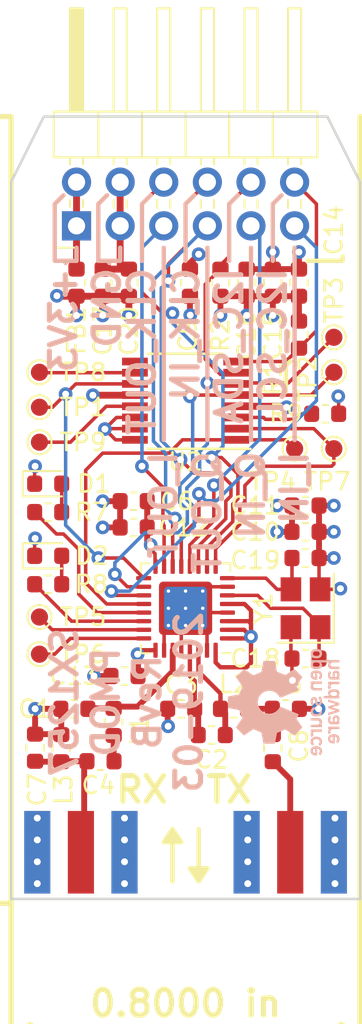
<source format=kicad_pcb>
(kicad_pcb (version 20171130) (host pcbnew 5.0.1)
  (layers (0 F.Cu signal) (1 In1.Cu signal) (2 In2.Cu signal) (31 B.Cu signal) (34 B.Paste user hide) (35 F.Paste user hide) (36 B.SilkS user) (37 F.SilkS user hide) (38 B.Mask user hide) (39 F.Mask user hide) (44 Edge.Cuts user))
  (net 0 "")
  (net 1 GND)
  (net 2 /XTA)
  (net 3 /XTB)
  (net 4 /CLK_OUT)
  (net 5 /CLK_IN)
  (net 6 +3V3)
  (net 7 /DIO1)
  (net 8 /DIO3)
  (net 9 /DIO2)
  (net 10 /DIO0)
  (net 11 /SPI_MOSI)
  (net 12 /SPI_MISO)
  (net 13 /SPI_SCK)
  (net 14 /SPI_NSS)
  (net 15 "Net-(C4-Pad1)")
  (net 16 "Net-(R9-Pad2)")
  (net 17 "Net-(D2-Pad2)")
  (net 18 "Net-(D1-Pad2)")
  (net 19 "Net-(C8-Pad1)")
  (net 20 /I2C_SDA)
  (net 21 /I2C_INT)
  (net 22 /RF_IN)
  (net 23 /RF_ON)
  (net 24 /RF_OP)
  (net 25 "Net-(C4-Pad2)")
  (net 26 /PMOD_3V3)
  (net 27 "Net-(C5-Pad1)")
  (net 28 /GPIO3)
  (net 29 /GPIO2)
  (net 30 /SX_RESET)
  (net 31 /I_IN)
  (net 32 /I_OUT)
  (net 33 /PMOD_2)
  (net 34 /PMOD_3)
  (net 35 /I2C_SCL)
  (module Resistor_SMD:R_0603_1608Metric (layer F.Cu) (at 126.492 32.512 90)
    (fp_text reference R2 (at -3.048 0 90) (layer F.SilkS))
    (fp_text value 2k2)
    (pad 2 smd roundrect (at 0.7875 0 90) (size 0.875 0.95) (layers F.Cu F.Paste F.Mask) (net 20 /I2C_SDA))
    (pad 1 smd roundrect (at -0.7875 0 90) (size 0.875 0.95) (layers F.Cu F.Paste F.Mask) (net 6 +3V3))
  )
  (module Resistor_SMD:R_0603_1608Metric (layer F.Cu) (at 131.064 35.5345 270)
    (fp_text reference R1 (at 2.5655 1.524 90) (layer F.SilkS))
    (fp_text value 2k2)
    (pad 1 smd roundrect (at -0.7875 0 270) (size 0.875 0.95) (layers F.Cu F.Paste F.Mask) (net 6 +3V3))
    (pad 2 smd roundrect (at 0.7875 0 270) (size 0.875 0.95) (layers F.Cu F.Paste F.Mask) (net 35 /I2C_SCL))
  )
  (module extra:oshw_logo (layer B.Cu) (at 130.175 56.896 270)
    (fp_text reference LOGO1 hide)
    (fp_text value Logo_Open_Hardware_Large hide)
  )
  (module Crystal:Crystal_SMD_3225-4Pin_3.2x2.5mm (layer F.Cu) (at 131.445 51.435 90)
    (fp_text reference Y1 (at 0 -2.45 90) (layer F.SilkS))
    (fp_text value "36MHz 10ppm")
    (pad 1 smd rect (at -1.1 0.85 90) (size 1.4 1.2) (layers F.Cu F.Paste F.Mask) (net 2 /XTA))
    (pad 2 smd rect (at 1.1 0.85 90) (size 1.4 1.2) (layers F.Cu F.Paste F.Mask) (net 1 GND))
    (pad 3 smd rect (at 1.1 -0.85 90) (size 1.4 1.2) (layers F.Cu F.Paste F.Mask) (net 3 /XTB))
    (pad 4 smd rect (at -1.1 -0.85 90) (size 1.4 1.2) (layers F.Cu F.Paste F.Mask) (net 1 GND))
  )
  (module extra:CON-SMA-EDGE (layer F.Cu) (at 130.556 65.913)
    (fp_text reference J3 hide)
    (fp_text value SMA_F_TX)
    (pad 2 smd rect (at 2.54 -0.3) (size 1.524 4.8) (layers B.Cu B.Paste B.Mask) (net 1 GND))
    (pad 2 smd rect (at -2.54 -0.3) (size 1.524 4.8) (layers B.Cu B.Paste B.Mask) (net 1 GND))
    (pad 2 smd rect (at 2.54 -0.3) (size 1.524 4.8) (layers F.Cu F.Paste F.Mask) (net 1 GND))
    (pad 2 smd rect (at -2.54 -0.3) (size 1.524 4.8) (layers F.Cu F.Paste F.Mask) (net 1 GND))
    (pad 1 smd rect (at 0 -0.3) (size 1.524 4.8) (layers F.Cu F.Paste F.Mask) (net 19 "Net-(C8-Pad1)"))
  )
  (module extra:CON-SMA-EDGE (layer F.Cu) (at 118.364 65.913)
    (fp_text reference J2 hide)
    (fp_text value SMA_F_RX)
    (pad 1 smd rect (at 0 -0.3) (size 1.524 4.8) (layers F.Cu F.Paste F.Mask) (net 15 "Net-(C4-Pad1)"))
    (pad 2 smd rect (at -2.54 -0.3) (size 1.524 4.8) (layers F.Cu F.Paste F.Mask) (net 1 GND))
    (pad 2 smd rect (at 2.54 -0.3) (size 1.524 4.8) (layers F.Cu F.Paste F.Mask) (net 1 GND))
    (pad 2 smd rect (at -2.54 -0.3) (size 1.524 4.8) (layers B.Cu B.Paste B.Mask) (net 1 GND))
    (pad 2 smd rect (at 2.54 -0.3) (size 1.524 4.8) (layers B.Cu B.Paste B.Mask) (net 1 GND))
  )
  (module TestPoint:TestPoint_Pad_D1.0mm (layer F.Cu) (at 115.951 41.783 90)
    (fp_text reference TP9 (at 0 2.54 180) (layer F.SilkS))
    (fp_text value TestPoint hide)
    (pad 1 smd circle (at 0 0 90) (size 1 1) (layers F.Cu F.Mask) (net 28 /GPIO3))
  )
  (module TestPoint:TestPoint_Pad_D1.0mm (layer F.Cu) (at 115.951 37.719 90)
    (fp_text reference TP8 (at 0 2.54 180) (layer F.SilkS))
    (fp_text value TestPoint hide)
    (pad 1 smd circle (at 0 0 90) (size 1 1) (layers F.Cu F.Mask) (net 29 /GPIO2))
  )
  (module Capacitor_SMD:C_0603_1608Metric (layer F.Cu) (at 131.445 45.466)
    (fp_text reference C11 (at -2.921 0) (layer F.SilkS))
    (fp_text value 100n)
    (pad 2 smd roundrect (at 0.7875 0) (size 0.875 0.95) (layers F.Cu F.Paste F.Mask) (net 1 GND))
    (pad 1 smd roundrect (at -0.7875 0) (size 0.875 0.95) (layers F.Cu F.Paste F.Mask) (net 6 +3V3))
  )
  (module Capacitor_SMD:C_0603_1608Metric (layer F.Cu) (at 117.983 57.277 180)
    (fp_text reference C1 (at 2.286 0 180) (layer F.SilkS))
    (fp_text value 2.7p)
    (pad 1 smd roundrect (at -0.7875 0 180) (size 0.875 0.95) (layers F.Cu F.Paste F.Mask) (net 22 /RF_IN))
    (pad 2 smd roundrect (at 0.7875 0 180) (size 0.875 0.95) (layers F.Cu F.Paste F.Mask) (net 1 GND))
  )
  (module Capacitor_SMD:C_0603_1608Metric (layer F.Cu) (at 125.984 58.801 180)
    (fp_text reference C2 (at 0 -1.43 180) (layer F.SilkS))
    (fp_text value 3.3p)
    (pad 2 smd roundrect (at 0.7875 0 180) (size 0.875 0.95) (layers F.Cu F.Paste F.Mask) (net 23 /RF_ON))
    (pad 1 smd roundrect (at -0.7875 0 180) (size 0.875 0.95) (layers F.Cu F.Paste F.Mask) (net 24 /RF_OP))
  )
  (module Capacitor_SMD:C_0603_1608Metric (layer F.Cu) (at 124.206 57.277 180)
    (fp_text reference C3 (at 0 1.397 180) (layer F.SilkS))
    (fp_text value 33p)
    (pad 1 smd roundrect (at -0.7875 0 180) (size 0.875 0.95) (layers F.Cu F.Paste F.Mask) (net 23 /RF_ON))
    (pad 2 smd roundrect (at 0.7875 0 180) (size 0.875 0.95) (layers F.Cu F.Paste F.Mask) (net 1 GND))
  )
  (module Capacitor_SMD:C_0603_1608Metric (layer F.Cu) (at 119.507 60.325)
    (fp_text reference C4 (at -0.127 1.397) (layer F.SilkS))
    (fp_text value 10p)
    (pad 2 smd roundrect (at 0.7875 0) (size 0.875 0.95) (layers F.Cu F.Paste F.Mask) (net 25 "Net-(C4-Pad2)"))
    (pad 1 smd roundrect (at -0.7875 0) (size 0.875 0.95) (layers F.Cu F.Paste F.Mask) (net 15 "Net-(C4-Pad1)"))
  )
  (module Capacitor_SMD:C_0603_1608Metric (layer F.Cu) (at 130.302 57.277)
    (fp_text reference C5 (at 0 -1.43) (layer F.SilkS))
    (fp_text value 3.3p)
    (pad 1 smd roundrect (at -0.7875 0) (size 0.875 0.95) (layers F.Cu F.Paste F.Mask) (net 27 "Net-(C5-Pad1)"))
    (pad 2 smd roundrect (at 0.7875 0) (size 0.875 0.95) (layers F.Cu F.Paste F.Mask) (net 1 GND))
  )
  (module Capacitor_SMD:C_0603_1608Metric (layer F.Cu) (at 121.4375 45.212 180)
    (fp_text reference C6 (at -2.5145 0 180) (layer F.SilkS))
    (fp_text value 100n)
    (pad 2 smd roundrect (at 0.7875 0 180) (size 0.875 0.95) (layers F.Cu F.Paste F.Mask) (net 1 GND))
    (pad 1 smd roundrect (at -0.7875 0 180) (size 0.875 0.95) (layers F.Cu F.Paste F.Mask) (net 6 +3V3))
  )
  (module Capacitor_SMD:C_0603_1608Metric (layer F.Cu) (at 115.697 59.5375 90)
    (fp_text reference C7 (at -2.4385 0.127 90) (layer F.SilkS))
    (fp_text value 5.6p)
    (pad 1 smd roundrect (at -0.7875 0 90) (size 0.875 0.95) (layers F.Cu F.Paste F.Mask) (net 15 "Net-(C4-Pad1)"))
    (pad 2 smd roundrect (at 0.7875 0 90) (size 0.875 0.95) (layers F.Cu F.Paste F.Mask) (net 1 GND))
  )
  (module Capacitor_SMD:C_0603_1608Metric (layer F.Cu) (at 124.714 32.512 90)
    (fp_text reference C9 (at -3.048 -0.127 90) (layer F.SilkS))
    (fp_text value 100n)
    (pad 2 smd roundrect (at 0.7875 0 90) (size 0.875 0.95) (layers F.Cu F.Paste F.Mask) (net 1 GND))
    (pad 1 smd roundrect (at -0.7875 0 90) (size 0.875 0.95) (layers F.Cu F.Paste F.Mask) (net 6 +3V3))
  )
  (module Capacitor_SMD:C_0603_1608Metric (layer F.Cu) (at 131.445 46.99)
    (fp_text reference C10 (at -2.921 0) (layer F.SilkS))
    (fp_text value 100n)
    (pad 1 smd roundrect (at -0.7875 0) (size 0.875 0.95) (layers F.Cu F.Paste F.Mask) (net 6 +3V3))
    (pad 2 smd roundrect (at 0.7875 0) (size 0.875 0.95) (layers F.Cu F.Paste F.Mask) (net 1 GND))
  )
  (module Capacitor_SMD:C_0603_1608Metric (layer F.Cu) (at 121.4375 46.736 180)
    (fp_text reference C12 (at -2.8955 0 180) (layer F.SilkS))
    (fp_text value 10n)
    (pad 2 smd roundrect (at 0.7875 0 180) (size 0.875 0.95) (layers F.Cu F.Paste F.Mask) (net 1 GND))
    (pad 1 smd roundrect (at -0.7875 0 180) (size 0.875 0.95) (layers F.Cu F.Paste F.Mask) (net 6 +3V3))
  )
  (module Capacitor_SMD:C_0603_1608Metric (layer F.Cu) (at 120.904 55.372 180)
    (fp_text reference C13 (at 2.921 0 180) (layer F.SilkS))
    (fp_text value 10n)
    (pad 1 smd roundrect (at -0.7875 0 180) (size 0.875 0.95) (layers F.Cu F.Paste F.Mask) (net 6 +3V3))
    (pad 2 smd roundrect (at 0.7875 0 180) (size 0.875 0.95) (layers F.Cu F.Paste F.Mask) (net 1 GND))
  )
  (module Capacitor_SMD:C_0603_1608Metric (layer F.Cu) (at 131.064 32.512 90)
    (fp_text reference C14 (at 3.048 2.032 90) (layer F.SilkS))
    (fp_text value 1u)
    (pad 2 smd roundrect (at 0.7875 0 90) (size 0.875 0.95) (layers F.Cu F.Paste F.Mask) (net 1 GND))
    (pad 1 smd roundrect (at -0.7875 0 90) (size 0.875 0.95) (layers F.Cu F.Paste F.Mask) (net 6 +3V3))
  )
  (module Capacitor_SMD:C_0603_1608Metric (layer F.Cu) (at 129.54 32.512 90)
    (fp_text reference C15 (at -3.048 0 90) (layer F.SilkS))
    (fp_text value 1u)
    (pad 1 smd roundrect (at -0.7875 0 90) (size 0.875 0.95) (layers F.Cu F.Paste F.Mask) (net 6 +3V3))
    (pad 2 smd roundrect (at 0.7875 0 90) (size 0.875 0.95) (layers F.Cu F.Paste F.Mask) (net 1 GND))
  )
  (module Capacitor_SMD:C_0603_1608Metric (layer F.Cu) (at 128.016 32.512 90)
    (fp_text reference C16 (at -3.048 0 90) (layer F.SilkS))
    (fp_text value 1u)
    (pad 2 smd roundrect (at 0.7875 0 90) (size 0.875 0.95) (layers F.Cu F.Paste F.Mask) (net 1 GND))
    (pad 1 smd roundrect (at -0.7875 0 90) (size 0.875 0.95) (layers F.Cu F.Paste F.Mask) (net 6 +3V3))
  )
  (module Capacitor_SMD:C_0603_1608Metric (layer F.Cu) (at 119.634 32.512 90)
    (fp_text reference C17 (at -2.794 0 90) (layer F.SilkS))
    (fp_text value 10u)
    (pad 1 smd roundrect (at -0.7875 0 90) (size 0.875 0.95) (layers F.Cu F.Paste F.Mask) (net 6 +3V3))
    (pad 2 smd roundrect (at 0.7875 0 90) (size 0.875 0.95) (layers F.Cu F.Paste F.Mask) (net 1 GND))
  )
  (module Capacitor_SMD:C_0603_1608Metric (layer F.Cu) (at 131.445 54.356 180)
    (fp_text reference C18 (at 2.921 0 180) (layer F.SilkS))
    (fp_text value 16p)
    (pad 2 smd roundrect (at 0.7875 0 180) (size 0.875 0.95) (layers F.Cu F.Paste F.Mask) (net 1 GND))
    (pad 1 smd roundrect (at -0.7875 0 180) (size 0.875 0.95) (layers F.Cu F.Paste F.Mask) (net 2 /XTA))
  )
  (module Capacitor_SMD:C_0603_1608Metric (layer F.Cu) (at 131.445 48.514)
    (fp_text reference C19 (at -2.921 0.127) (layer F.SilkS))
    (fp_text value 16p)
    (pad 1 smd roundrect (at -0.7875 0) (size 0.875 0.95) (layers F.Cu F.Paste F.Mask) (net 3 /XTB))
    (pad 2 smd roundrect (at 0.7875 0) (size 0.875 0.95) (layers F.Cu F.Paste F.Mask) (net 1 GND))
  )
  (module Capacitor_SMD:C_0603_1608Metric (layer F.Cu) (at 121.158 32.512 90)
    (fp_text reference C20 (at -2.794 0 90) (layer F.SilkS))
    (fp_text value 100n)
    (pad 2 smd roundrect (at 0.7875 0 90) (size 0.875 0.95) (layers F.Cu F.Paste F.Mask) (net 1 GND))
    (pad 1 smd roundrect (at -0.7875 0 90) (size 0.875 0.95) (layers F.Cu F.Paste F.Mask) (net 6 +3V3))
  )
  (module Capacitor_SMD:C_0603_1608Metric (layer F.Cu) (at 129.54 59.563 90)
    (fp_text reference C8 (at 0.127 1.524 90) (layer F.SilkS))
    (fp_text value 10p)
    (pad 1 smd roundrect (at -0.7875 0 90) (size 0.875 0.95) (layers F.Cu F.Paste F.Mask) (net 19 "Net-(C8-Pad1)"))
    (pad 2 smd roundrect (at 0.7875 0 90) (size 0.875 0.95) (layers F.Cu F.Paste F.Mask) (net 27 "Net-(C5-Pad1)"))
  )
  (module Connector_PinHeader_2.54mm:PinHeader_2x06_P2.54mm_Horizontal (layer F.Cu) (at 118.11 29.21 90)
    (fp_text reference J1 hide)
    (fp_text value Conn_02x06_Odd_Even)
    (pad 1 thru_hole rect (at 0 0 90) (size 1.7 1.7) (drill 1) (layers *.Cu *.Mask) (net 26 /PMOD_3V3))
    (pad 2 thru_hole oval (at 2.54 0 90) (size 1.7 1.7) (drill 1) (layers *.Cu *.Mask) (net 26 /PMOD_3V3))
    (pad 3 thru_hole oval (at 0 2.54 90) (size 1.7 1.7) (drill 1) (layers *.Cu *.Mask) (net 1 GND))
    (pad 4 thru_hole oval (at 2.54 2.54 90) (size 1.7 1.7) (drill 1) (layers *.Cu *.Mask) (net 1 GND))
    (pad 5 thru_hole oval (at 0 5.08 90) (size 1.7 1.7) (drill 1) (layers *.Cu *.Mask) (net 32 /I_OUT))
    (pad 6 thru_hole oval (at 2.54 5.08 90) (size 1.7 1.7) (drill 1) (layers *.Cu *.Mask) (net 4 /CLK_OUT))
    (pad 7 thru_hole oval (at 0 7.62 90) (size 1.7 1.7) (drill 1) (layers *.Cu *.Mask) (net 34 /PMOD_3))
    (pad 8 thru_hole oval (at 2.54 7.62 90) (size 1.7 1.7) (drill 1) (layers *.Cu *.Mask) (net 5 /CLK_IN))
    (pad 9 thru_hole oval (at 0 10.16 90) (size 1.7 1.7) (drill 1) (layers *.Cu *.Mask) (net 33 /PMOD_2))
    (pad 10 thru_hole oval (at 2.54 10.16 90) (size 1.7 1.7) (drill 1) (layers *.Cu *.Mask) (net 20 /I2C_SDA))
    (pad 11 thru_hole oval (at 0 12.7 90) (size 1.7 1.7) (drill 1) (layers *.Cu *.Mask) (net 31 /I_IN))
    (pad 12 thru_hole oval (at 2.54 12.7 90) (size 1.7 1.7) (drill 1) (layers *.Cu *.Mask) (net 35 /I2C_SCL))
  )
  (module Inductor_SMD:L_0603_1608Metric (layer F.Cu) (at 127.2795 57.277)
    (fp_text reference L2 (at 0 -1.43) (layer F.SilkS))
    (fp_text value 10n)
    (pad 2 smd roundrect (at 0.7875 0) (size 0.875 0.95) (layers F.Cu F.Paste F.Mask) (net 27 "Net-(C5-Pad1)"))
    (pad 1 smd roundrect (at -0.7875 0) (size 0.875 0.95) (layers F.Cu F.Paste F.Mask) (net 24 /RF_OP))
  )
  (module Inductor_SMD:L_0603_1608Metric (layer F.Cu) (at 118.11 32.512 90)
    (fp_text reference FB1 (at -2.794 0 90) (layer F.SilkS))
    (fp_text value Ferrite_Bead hide)
    (pad 1 smd roundrect (at -0.7875 0 90) (size 0.875 0.95) (layers F.Cu F.Paste F.Mask) (net 6 +3V3))
    (pad 2 smd roundrect (at 0.7875 0 90) (size 0.875 0.95) (layers F.Cu F.Paste F.Mask) (net 26 /PMOD_3V3))
  )
  (module Inductor_SMD:L_0603_1608Metric (layer F.Cu) (at 120.269 58.039 270)
    (fp_text reference L1 (at 0.508 -1.524 270) (layer F.SilkS))
    (fp_text value 15nH)
    (pad 2 smd roundrect (at 0.7875 0 270) (size 0.875 0.95) (layers F.Cu F.Paste F.Mask) (net 25 "Net-(C4-Pad2)"))
    (pad 1 smd roundrect (at -0.7875 0 270) (size 0.875 0.95) (layers F.Cu F.Paste F.Mask) (net 22 /RF_IN))
  )
  (module Inductor_SMD:L_0603_1608Metric (layer F.Cu) (at 117.221 59.563 90)
    (fp_text reference L3 (at -2.413 0.127 90) (layer F.SilkS))
    (fp_text value 12n)
    (pad 1 smd roundrect (at -0.7875 0 90) (size 0.875 0.95) (layers F.Cu F.Paste F.Mask) (net 15 "Net-(C4-Pad1)"))
    (pad 2 smd roundrect (at 0.7875 0 90) (size 0.875 0.95) (layers F.Cu F.Paste F.Mask) (net 1 GND))
  )
  (module LED_SMD:LED_0603_1608Metric (layer F.Cu) (at 116.459 48.387)
    (fp_text reference D2 (at 2.54 0) (layer F.SilkS))
    (fp_text value LED)
    (pad 2 smd roundrect (at 0.7875 0) (size 0.875 0.95) (layers F.Cu F.Paste F.Mask) (net 17 "Net-(D2-Pad2)"))
    (pad 1 smd roundrect (at -0.7875 0) (size 0.875 0.95) (layers F.Cu F.Paste F.Mask) (net 1 GND))
  )
  (module LED_SMD:LED_0603_1608Metric (layer F.Cu) (at 116.459 44.196)
    (fp_text reference D1 (at 2.667 0) (layer F.SilkS))
    (fp_text value LED)
    (pad 1 smd roundrect (at -0.7875 0) (size 0.875 0.95) (layers F.Cu F.Paste F.Mask) (net 1 GND))
    (pad 2 smd roundrect (at 0.7875 0) (size 0.875 0.95) (layers F.Cu F.Paste F.Mask) (net 18 "Net-(D1-Pad2)"))
  )
  (module Package_DFN_QFN:QFN-32-1EP_5x5mm_P0.5mm_EP3.1x3.1mm_ThermalVias (layer F.Cu) (at 124.46 51.435 180)
    (fp_text reference U1 hide)
    (fp_text value SX1257)
    (pad 33 smd roundrect (at 0 0 180) (size 3.1 3.1) (layers F.Cu F.Mask) (roundrect_rratio 0.08064499999999999) (net 1 GND))
    (pad 33 thru_hole circle (at -1 -1 180) (size 0.5 0.5) (drill 0.2) (layers *.Cu) (net 1 GND))
    (pad 33 thru_hole circle (at 0 -1 180) (size 0.5 0.5) (drill 0.2) (layers *.Cu) (net 1 GND))
    (pad 33 thru_hole circle (at 1 -1 180) (size 0.5 0.5) (drill 0.2) (layers *.Cu) (net 1 GND))
    (pad 33 thru_hole circle (at -1 0 180) (size 0.5 0.5) (drill 0.2) (layers *.Cu) (net 1 GND))
    (pad 33 thru_hole circle (at 0 0 180) (size 0.5 0.5) (drill 0.2) (layers *.Cu) (net 1 GND))
    (pad 33 thru_hole circle (at 1 0 180) (size 0.5 0.5) (drill 0.2) (layers *.Cu) (net 1 GND))
    (pad 33 thru_hole circle (at -1 1 180) (size 0.5 0.5) (drill 0.2) (layers *.Cu) (net 1 GND))
    (pad 33 thru_hole circle (at 0 1 180) (size 0.5 0.5) (drill 0.2) (layers *.Cu) (net 1 GND))
    (pad 33 thru_hole circle (at 1 1 180) (size 0.5 0.5) (drill 0.2) (layers *.Cu) (net 1 GND))
    (pad 33 smd roundrect (at 0 0 180) (size 2.5 2.5) (layers B.Cu) (roundrect_rratio 0.1) (net 1 GND))
    (pad 1 smd roundrect (at -2.4375 -1.75 180) (size 0.875 0.25) (layers F.Cu F.Paste F.Mask) (net 6 +3V3))
    (pad 2 smd roundrect (at -2.4375 -1.25 180) (size 0.875 0.25) (layers F.Cu F.Paste F.Mask) (net 6 +3V3))
    (pad 3 smd roundrect (at -2.4375 -0.75 180) (size 0.875 0.25) (layers F.Cu F.Paste F.Mask) (net 6 +3V3))
    (pad 4 smd roundrect (at -2.4375 -0.25 180) (size 0.875 0.25) (layers F.Cu F.Paste F.Mask) (net 1 GND))
    (pad 5 smd roundrect (at -2.4375 0.25 180) (size 0.875 0.25) (layers F.Cu F.Paste F.Mask) (net 6 +3V3))
    (pad 6 smd roundrect (at -2.4375 0.75 180) (size 0.875 0.25) (layers F.Cu F.Paste F.Mask) (net 2 /XTA))
    (pad 7 smd roundrect (at -2.4375 1.25 180) (size 0.875 0.25) (layers F.Cu F.Paste F.Mask) (net 1 GND))
    (pad 8 smd roundrect (at -2.4375 1.75 180) (size 0.875 0.25) (layers F.Cu F.Paste F.Mask) (net 3 /XTB))
    (pad 9 smd roundrect (at -1.75 2.4375 180) (size 0.25 0.875) (layers F.Cu F.Paste F.Mask) (net 30 /SX_RESET))
    (pad 10 smd roundrect (at -1.25 2.4375 180) (size 0.25 0.875) (layers F.Cu F.Paste F.Mask) (net 4 /CLK_OUT))
    (pad 11 smd roundrect (at -0.75 2.4375 180) (size 0.25 0.875) (layers F.Cu F.Paste F.Mask) (net 5 /CLK_IN))
    (pad 12 smd roundrect (at -0.25 2.4375 180) (size 0.25 0.875) (layers F.Cu F.Paste F.Mask) (net 33 /PMOD_2))
    (pad 13 smd roundrect (at 0.25 2.4375 180) (size 0.25 0.875) (layers F.Cu F.Paste F.Mask) (net 31 /I_IN))
    (pad 14 smd roundrect (at 0.75 2.4375 180) (size 0.25 0.875) (layers F.Cu F.Paste F.Mask) (net 34 /PMOD_3))
    (pad 15 smd roundrect (at 1.25 2.4375 180) (size 0.25 0.875) (layers F.Cu F.Paste F.Mask) (net 32 /I_OUT))
    (pad 16 smd roundrect (at 1.75 2.4375 180) (size 0.25 0.875) (layers F.Cu F.Paste F.Mask) (net 6 +3V3))
    (pad 17 smd roundrect (at 2.4375 1.75 180) (size 0.875 0.25) (layers F.Cu F.Paste F.Mask) (net 13 /SPI_SCK))
    (pad 18 smd roundrect (at 2.4375 1.25 180) (size 0.875 0.25) (layers F.Cu F.Paste F.Mask) (net 12 /SPI_MISO))
    (pad 19 smd roundrect (at 2.4375 0.75 180) (size 0.875 0.25) (layers F.Cu F.Paste F.Mask) (net 11 /SPI_MOSI))
    (pad 20 smd roundrect (at 2.4375 0.25 180) (size 0.875 0.25) (layers F.Cu F.Paste F.Mask) (net 14 /SPI_NSS))
    (pad 21 smd roundrect (at 2.4375 -0.25 180) (size 0.875 0.25) (layers F.Cu F.Paste F.Mask) (net 10 /DIO0))
    (pad 22 smd roundrect (at 2.4375 -0.75 180) (size 0.875 0.25) (layers F.Cu F.Paste F.Mask) (net 7 /DIO1))
    (pad 23 smd roundrect (at 2.4375 -1.25 180) (size 0.875 0.25) (layers F.Cu F.Paste F.Mask) (net 9 /DIO2))
    (pad 24 smd roundrect (at 2.4375 -1.75 180) (size 0.875 0.25) (layers F.Cu F.Paste F.Mask) (net 8 /DIO3))
    (pad 25 smd roundrect (at 1.75 -2.4375 180) (size 0.25 0.875) (layers F.Cu F.Paste F.Mask) (net 6 +3V3))
    (pad 26 smd roundrect (at 1.25 -2.4375 180) (size 0.25 0.875) (layers F.Cu F.Paste F.Mask) (net 1 GND))
    (pad 27 smd roundrect (at 0.75 -2.4375 180) (size 0.25 0.875) (layers F.Cu F.Paste F.Mask) (net 22 /RF_IN))
    (pad 28 smd roundrect (at 0.25 -2.4375 180) (size 0.25 0.875) (layers F.Cu F.Paste F.Mask) (net 1 GND))
    (pad 29 smd roundrect (at -0.25 -2.4375 180) (size 0.25 0.875) (layers F.Cu F.Paste F.Mask) (net 23 /RF_ON))
    (pad 30 smd roundrect (at -0.75 -2.4375 180) (size 0.25 0.875) (layers F.Cu F.Paste F.Mask) (net 24 /RF_OP))
    (pad 31 smd roundrect (at -1.25 -2.4375 180) (size 0.25 0.875) (layers F.Cu F.Paste F.Mask) (net 1 GND))
    (pad 32 smd roundrect (at -1.75 -2.4375 180) (size 0.25 0.875) (layers F.Cu F.Paste F.Mask) (net 6 +3V3))
  )
  (module Package_SO:TSSOP-16_4.4x5mm_P0.65mm (layer F.Cu) (at 124.46 39.37 180)
    (fp_text reference U2 (at 0 -3.55 180) (layer F.SilkS))
    (fp_text value SC18IS602B)
    (pad 1 smd rect (at -2.95 -2.275 180) (size 1.5 0.45) (layers F.Cu F.Paste F.Mask) (net 14 /SPI_NSS))
    (pad 2 smd rect (at -2.95 -1.625 180) (size 1.5 0.45) (layers F.Cu F.Paste F.Mask) (net 30 /SX_RESET))
    (pad 3 smd rect (at -2.95 -0.975 180) (size 1.5 0.45) (layers F.Cu F.Paste F.Mask) (net 16 "Net-(R9-Pad2)"))
    (pad 4 smd rect (at -2.95 -0.325 180) (size 1.5 0.45) (layers F.Cu F.Paste F.Mask) (net 1 GND))
    (pad 5 smd rect (at -2.95 0.325 180) (size 1.5 0.45) (layers F.Cu F.Paste F.Mask) (net 12 /SPI_MISO))
    (pad 6 smd rect (at -2.95 0.975 180) (size 1.5 0.45) (layers F.Cu F.Paste F.Mask) (net 11 /SPI_MOSI))
    (pad 7 smd rect (at -2.95 1.625 180) (size 1.5 0.45) (layers F.Cu F.Paste F.Mask) (net 20 /I2C_SDA))
    (pad 8 smd rect (at -2.95 2.275 180) (size 1.5 0.45) (layers F.Cu F.Paste F.Mask) (net 35 /I2C_SCL))
    (pad 9 smd rect (at 2.95 2.275 180) (size 1.5 0.45) (layers F.Cu F.Paste F.Mask) (net 21 /I2C_INT))
    (pad 10 smd rect (at 2.95 1.625 180) (size 1.5 0.45) (layers F.Cu F.Paste F.Mask) (net 29 /GPIO2))
    (pad 11 smd rect (at 2.95 0.975 180) (size 1.5 0.45) (layers F.Cu F.Paste F.Mask) (net 13 /SPI_SCK))
    (pad 12 smd rect (at 2.95 0.325 180) (size 1.5 0.45) (layers F.Cu F.Paste F.Mask) (net 6 +3V3))
    (pad 13 smd rect (at 2.95 -0.325 180) (size 1.5 0.45) (layers F.Cu F.Paste F.Mask) (net 28 /GPIO3))
    (pad 14 smd rect (at 2.95 -0.975 180) (size 1.5 0.45) (layers F.Cu F.Paste F.Mask) (net 1 GND))
    (pad 15 smd rect (at 2.95 -1.625 180) (size 1.5 0.45) (layers F.Cu F.Paste F.Mask) (net 1 GND))
    (pad 16 smd rect (at 2.95 -2.275 180) (size 1.5 0.45) (layers F.Cu F.Paste F.Mask) (net 1 GND))
  )
  (module Resistor_SMD:R_0603_1608Metric (layer F.Cu) (at 116.459 45.847 180)
    (fp_text reference R7 (at -2.54 0 180) (layer F.SilkS))
    (fp_text value 2k)
    (pad 2 smd roundrect (at 0.7875 0 180) (size 0.875 0.95) (layers F.Cu F.Paste F.Mask) (net 10 /DIO0))
    (pad 1 smd roundrect (at -0.7875 0 180) (size 0.875 0.95) (layers F.Cu F.Paste F.Mask) (net 18 "Net-(D1-Pad2)"))
  )
  (module Resistor_SMD:R_0603_1608Metric (layer F.Cu) (at 116.459 50.038 180)
    (fp_text reference R8 (at -2.5145 0 180) (layer F.SilkS))
    (fp_text value 2k)
    (pad 1 smd roundrect (at -0.7875 0 180) (size 0.875 0.95) (layers F.Cu F.Paste F.Mask) (net 17 "Net-(D2-Pad2)"))
    (pad 2 smd roundrect (at 0.7875 0 180) (size 0.875 0.95) (layers F.Cu F.Paste F.Mask) (net 7 /DIO1))
  )
  (module Resistor_SMD:R_0603_1608Metric (layer F.Cu) (at 132.588 40.132 180)
    (fp_text reference R9 (at 2.286 0 180) (layer F.SilkS))
    (fp_text value 10k)
    (pad 2 smd roundrect (at 0.7875 0 180) (size 0.875 0.95) (layers F.Cu F.Paste F.Mask) (net 16 "Net-(R9-Pad2)"))
    (pad 1 smd roundrect (at -0.7875 0 180) (size 0.875 0.95) (layers F.Cu F.Paste F.Mask) (net 6 +3V3))
  )
  (module TestPoint:TestPoint_Pad_D1.0mm (layer F.Cu) (at 133.096 42.164 270)
    (fp_text reference TP7 (at 1.905 0.381 180) (layer F.SilkS))
    (fp_text value TestPoint hide)
    (pad 1 smd circle (at 0 0 270) (size 1 1) (layers F.Cu F.Mask) (net 30 /SX_RESET))
  )
  (module TestPoint:TestPoint_Pad_D1.0mm (layer F.Cu) (at 133.096 37.719 90)
    (fp_text reference TP2 (at -0.381 -1.524 270) (layer F.SilkS))
    (fp_text value TestPoint hide)
    (pad 1 smd circle (at 0 0 90) (size 1 1) (layers F.Cu F.Mask) (net 12 /SPI_MISO))
  )
  (module TestPoint:TestPoint_Pad_D1.0mm (layer F.Cu) (at 133.096 35.687 90)
    (fp_text reference TP3 (at 2.159 0 270) (layer F.SilkS))
    (fp_text value TestPoint hide)
    (pad 1 smd circle (at 0 0 90) (size 1 1) (layers F.Cu F.Mask) (net 11 /SPI_MOSI))
  )
  (module TestPoint:TestPoint_Pad_D1.0mm (layer F.Cu) (at 130.81 42.164 270)
    (fp_text reference TP4 (at 1.905 1.27 180) (layer F.SilkS))
    (fp_text value TestPoint hide)
    (pad 1 smd circle (at 0 0 270) (size 1 1) (layers F.Cu F.Mask) (net 14 /SPI_NSS))
  )
  (module TestPoint:TestPoint_Pad_D1.0mm (layer F.Cu) (at 115.951 51.943 90)
    (fp_text reference TP5 (at 0 2.54 180) (layer F.SilkS))
    (fp_text value TestPoint hide)
    (pad 1 smd circle (at 0 0 90) (size 1 1) (layers F.Cu F.Mask) (net 9 /DIO2))
  )
  (module TestPoint:TestPoint_Pad_D1.0mm (layer F.Cu) (at 115.951 54.102 90)
    (fp_text reference TP6 (at 0 2.54 180) (layer F.SilkS))
    (fp_text value TestPoint hide)
    (pad 1 smd circle (at 0 0 90) (size 1 1) (layers F.Cu F.Mask) (net 8 /DIO3))
  )
  (module TestPoint:TestPoint_Pad_D1.0mm (layer F.Cu) (at 115.951 39.751 90)
    (fp_text reference TP1 (at 0 2.54 180) (layer F.SilkS))
    (fp_text value TestPoint hide)
    (pad 1 smd circle (at 0 0 90) (size 1 1) (layers F.Cu F.Mask) (net 13 /SPI_SCK))
  )
  (gr_line (start 120.015 31.242) (end 120.015 31.369) (layer B.SilkS) (width 0.254))
  (gr_line (start 117.475 31.242) (end 117.475 31.369) (layer B.SilkS) (width 0.254))
  (gr_text I_IN (at 130.81 42.164 90) (layer B.SilkS) (effects (font (size 1.5 1.5) (thickness 0.3)) (justify left mirror)))
  (gr_text Q_IN (at 128.27 42.164 90) (layer B.SilkS) (effects (font (size 1.5 1.5) (thickness 0.3)) (justify left mirror)))
  (gr_text Q_OUT (at 125.73 42.164 90) (layer B.SilkS) (effects (font (size 1.5 1.5) (thickness 0.3)) (justify left mirror)))
  (gr_line (start 118.11 31.242) (end 116.84 31.242) (layer B.SilkS) (width 0.254))
  (gr_line (start 116.84 27.94) (end 116.84 31.242) (layer B.SilkS) (width 0.254))
  (gr_line (start 118.11 30.48) (end 118.11 31.242) (layer B.SilkS) (width 0.254))
  (gr_line (start 129.54 27.94) (end 129.54 31.242) (layer B.SilkS) (width 0.254))
  (gr_line (start 127 27.94) (end 127 31.242) (layer B.SilkS) (width 0.254))
  (gr_line (start 124.46 27.94) (end 124.46 31.242) (layer B.SilkS) (width 0.254))
  (gr_text I_OUT (at 123.19 42.164 90) (layer B.SilkS) (effects (font (size 1.5 1.5) (thickness 0.3)) (justify left mirror)))
  (gr_text I2C_SCL (at 129.54 31.496 90) (layer B.SilkS) (effects (font (size 1.5 1.5) (thickness 0.3)) (justify left mirror)))
  (gr_text I2C_SDA (at 127 31.496 90) (layer B.SilkS) (effects (font (size 1.5 1.5) (thickness 0.3)) (justify left mirror)))
  (gr_text CLK_IN (at 124.46 31.496 90) (layer B.SilkS) (effects (font (size 1.5 1.5) (thickness 0.3)) (justify left mirror)))
  (gr_line (start 120.65 31.242) (end 119.38 31.242) (layer B.SilkS) (width 0.254))
  (gr_text CLK_OUT (at 121.92 31.496 90) (layer B.SilkS) (effects (font (size 1.5 1.5) (thickness 0.3)) (justify left mirror)))
  (gr_text +3V3 (at 117.348 31.496 90) (layer B.SilkS) (effects (font (size 1.5 1.5) (thickness 0.3)) (justify left mirror)))
  (gr_line (start 130.81 30.48) (end 130.81 41.656) (layer B.SilkS) (width 0.254))
  (gr_line (start 128.27 30.48) (end 128.27 41.656) (layer B.SilkS) (width 0.254))
  (gr_line (start 125.73 30.48) (end 125.73 41.656) (layer B.SilkS) (width 0.254))
  (gr_line (start 123.19 30.48) (end 123.19 41.656) (layer B.SilkS) (width 0.254))
  (gr_line (start 120.65 30.48) (end 120.65 31.242) (layer B.SilkS) (width 0.254))
  (gr_text GND (at 119.888 31.496 90) (layer B.SilkS) (effects (font (size 1.5 1.5) (thickness 0.3)) (justify left mirror)))
  (gr_line (start 117.348 27.432) (end 116.84 27.94) (layer B.SilkS) (width 0.254))
  (gr_line (start 119.38 27.94) (end 119.38 31.242) (layer B.SilkS) (width 0.254))
  (gr_line (start 119.888 27.432) (end 119.38 27.94) (layer B.SilkS) (width 0.254))
  (gr_line (start 121.92 27.94) (end 121.92 31.242) (layer B.SilkS) (width 0.254))
  (gr_line (start 122.428 27.432) (end 121.92 27.94) (layer B.SilkS) (width 0.254))
  (gr_line (start 124.968 27.432) (end 124.46 27.94) (layer B.SilkS) (width 0.254))
  (gr_line (start 127.508 27.432) (end 127 27.94) (layer B.SilkS) (width 0.254))
  (gr_line (start 130.048 27.432) (end 129.54 27.94) (layer B.SilkS) (width 0.254))
  (gr_line (start 130.302 37.338) (end 130.556 37.084) (layer F.SilkS) (width 0.254))
  (gr_line (start 130.302 38.862) (end 130.302 37.338) (layer F.SilkS) (width 0.254))
  (gr_line (start 133.604 31.242) (end 133.604 30.988) (layer F.SilkS) (width 0.254))
  (gr_line (start 131.572 31.242) (end 133.604 31.242) (layer F.SilkS) (width 0.254))
  (gr_text "SX1257\nPMOD\nRevB\n2019-03" (at 121.031 56.896 90) (layer B.SilkS) (effects (font (size 1.5 1.5) (thickness 0.3)) (justify mirror)))
  (gr_line (start 125.222 67.31) (end 125.73 66.548) (layer F.SilkS) (width 0.254))
  (gr_line (start 125.222 67.31) (end 125.222 64.262) (layer F.SilkS) (width 0.254))
  (gr_line (start 124.968 66.548) (end 125.222 67.31) (layer F.SilkS) (width 0.254))
  (gr_line (start 124.714 66.548) (end 125.222 67.31) (layer F.SilkS) (width 0.254))
  (gr_line (start 125.73 66.548) (end 124.714 66.548) (layer F.SilkS) (width 0.254))
  (gr_line (start 125.222 67.31) (end 125.476 66.548) (layer F.SilkS) (width 0.254))
  (gr_line (start 125.476 66.548) (end 124.968 66.548) (layer F.SilkS) (width 0.254))
  (gr_line (start 123.952 65.024) (end 123.698 64.262) (layer F.SilkS) (width 0.254))
  (gr_line (start 123.444 65.024) (end 123.952 65.024) (layer F.SilkS) (width 0.254))
  (gr_line (start 123.698 64.262) (end 123.444 65.024) (layer F.SilkS) (width 0.254))
  (gr_line (start 124.206 65.024) (end 123.698 64.262) (layer F.SilkS) (width 0.254))
  (gr_line (start 123.19 65.024) (end 124.206 65.024) (layer F.SilkS) (width 0.254))
  (gr_line (start 123.698 64.262) (end 123.19 65.024) (layer F.SilkS) (width 0.254))
  (gr_line (start 123.698 64.262) (end 123.698 67.31) (layer F.SilkS) (width 0.254))
  (gr_text RX (at 121.92 61.976) (layer F.SilkS) (effects (font (size 1.5 1.5) (thickness 0.3))))
  (gr_text TX (at 127 61.976) (layer F.SilkS) (effects (font (size 1.5 1.5) (thickness 0.3))))
  (dimension 20.32 (width 0.3) (layer F.SilkS) (gr_text "20.320 mm" (at 124.46 78.3) (layer F.SilkS) (effects (font (size 1.5 1.5) (thickness 0.3)))) (feature1 (pts (xy 134.62 22.86) (xy 134.62 76.786421))) (feature2 (pts (xy 114.3 22.86) (xy 114.3 76.786421))) (crossbar (pts (xy 114.3 76.2) (xy 134.62 76.2))) (arrow1a (pts (xy 134.62 76.2) (xy 133.493496 76.786421))) (arrow1b (pts (xy 134.62 76.2) (xy 133.493496 75.613579))) (arrow2a (pts (xy 114.3 76.2) (xy 115.426504 76.786421))) (arrow2b (pts (xy 114.3 76.2) (xy 115.426504 75.613579))))
  (dimension 20.32 (width 0.3) (layer F.SilkS) (gr_text "0.8000 in" (at 124.46 82.618) (layer F.SilkS) (effects (font (size 1.5 1.5) (thickness 0.3)))) (feature1 (pts (xy 134.62 22.86) (xy 134.62 81.104421))) (feature2 (pts (xy 114.3 22.86) (xy 114.3 81.104421))) (crossbar (pts (xy 114.3 80.518) (xy 134.62 80.518))) (arrow1a (pts (xy 134.62 80.518) (xy 133.493496 81.104421))) (arrow1b (pts (xy 134.62 80.518) (xy 133.493496 79.931579))) (arrow2a (pts (xy 114.3 80.518) (xy 115.426504 81.104421))) (arrow2b (pts (xy 114.3 80.518) (xy 115.426504 79.931579))))
  (dimension 45.72 (width 0.3) (layer F.SilkS) (gr_text "45.720 mm" (at 104.834 45.72 270) (layer F.SilkS) (effects (font (size 1.5 1.5) (thickness 0.3)))) (feature1 (pts (xy 114.3 68.58) (xy 106.347579 68.58))) (feature2 (pts (xy 114.3 22.86) (xy 106.347579 22.86))) (crossbar (pts (xy 106.934 22.86) (xy 106.934 68.58))) (arrow1a (pts (xy 106.934 68.58) (xy 106.347579 67.453496))) (arrow1b (pts (xy 106.934 68.58) (xy 107.520421 67.453496))) (arrow2a (pts (xy 106.934 22.86) (xy 106.347579 23.986504))) (arrow2b (pts (xy 106.934 22.86) (xy 107.520421 23.986504))))
  (dimension 45.72 (width 0.3) (layer F.SilkS) (gr_text "1.8000 in" (at 99.754 45.72 270) (layer F.SilkS) (effects (font (size 1.5 1.5) (thickness 0.3)))) (feature1 (pts (xy 114.3 68.58) (xy 101.267579 68.58))) (feature2 (pts (xy 114.3 22.86) (xy 101.267579 22.86))) (crossbar (pts (xy 101.854 22.86) (xy 101.854 68.58))) (arrow1a (pts (xy 101.854 68.58) (xy 101.267579 67.453496))) (arrow1b (pts (xy 101.854 68.58) (xy 102.440421 67.453496))) (arrow2a (pts (xy 101.854 22.86) (xy 101.267579 23.986504))) (arrow2b (pts (xy 101.854 22.86) (xy 102.440421 23.986504))))
  (gr_line (start 116.205 22.86) (end 114.3 26.67) (layer Edge.Cuts) (width 0.15))
  (gr_line (start 132.715 22.86) (end 134.62 26.67) (layer Edge.Cuts) (width 0.15))
  (gr_line (start 132.715 22.86) (end 116.205 22.86) (layer Edge.Cuts) (width 0.15))
  (gr_line (start 134.62 68.326) (end 134.62 26.67) (layer Edge.Cuts) (width 0.15))
  (gr_line (start 114.3 68.326) (end 134.62 68.326) (layer Edge.Cuts) (width 0.15))
  (gr_line (start 114.3 26.67) (end 114.3 68.326) (layer Edge.Cuts) (width 0.15))
  (segment (start 119.787 40.995) (end 119.761 41.021) (width 0.2032) (layer F.Cu) (net 1))
  (segment (start 120.385 41.645) (end 120.160999 41.420999) (width 0.2032) (layer F.Cu) (net 1))
  (segment (start 120.437 40.345) (end 120.160999 40.621001) (width 0.2032) (layer F.Cu) (net 1))
  (segment (start 120.160999 41.420999) (end 119.761 41.021) (width 0.2032) (layer F.Cu) (net 1))
  (segment (start 122.145 40.995) (end 119.787 40.995) (width 0.2032) (layer F.Cu) (net 1))
  (via (at 119.761 41.021) (size 0.8) (drill 0.4) (layers F.Cu B.Cu) (net 1))
  (segment (start 120.160999 40.621001) (end 119.761 41.021) (width 0.2032) (layer F.Cu) (net 1))
  (segment (start 122.145 41.645) (end 120.385 41.645) (width 0.2032) (layer F.Cu) (net 1))
  (segment (start 122.145 40.345) (end 120.437 40.345) (width 0.2032) (layer F.Cu) (net 1))
  (segment (start 130.289737 39.695) (end 130.344547 39.74981) (width 0.4) (layer F.Cu) (net 1))
  (via (at 130.344547 39.74981) (size 0.8) (drill 0.4) (layers F.Cu B.Cu) (net 1))
  (segment (start 128.045 39.695) (end 130.289737 39.695) (width 0.4) (layer F.Cu) (net 1))
  (segment (start 120.65 26.67) (end 120.65 29.21) (width 0.4) (layer F.Cu) (net 1))
  (segment (start 120.65 31.5975) (end 120.65 29.21) (width 0.4) (layer F.Cu) (net 1))
  (segment (start 120.523 31.7245) (end 120.65 31.5975) (width 0.4) (layer F.Cu) (net 1))
  (segment (start 120.523 31.7245) (end 121.158 31.7245) (width 0.4) (layer F.Cu) (net 1))
  (segment (start 119.634 31.7245) (end 120.523 31.7245) (width 0.4) (layer F.Cu) (net 1))
  (segment (start 125.71 50.185) (end 124.46 51.435) (width 0.2032) (layer F.Cu) (net 1))
  (segment (start 126.8975 50.185) (end 125.71 50.185) (width 0.2032) (layer F.Cu) (net 1))
  (segment (start 125.71 51.685) (end 125.46 51.435) (width 0.2032) (layer F.Cu) (net 1))
  (segment (start 126.8975 51.685) (end 125.71 51.685) (width 0.2032) (layer F.Cu) (net 1))
  (segment (start 125.71 52.685) (end 125.46 52.435) (width 0.2032) (layer F.Cu) (net 1))
  (segment (start 125.71 53.8725) (end 125.71 52.685) (width 0.2032) (layer F.Cu) (net 1))
  (segment (start 124.21 52.685) (end 124.46 52.435) (width 0.2032) (layer F.Cu) (net 1))
  (segment (start 124.21 53.8725) (end 124.21 52.685) (width 0.2032) (layer F.Cu) (net 1))
  (segment (start 123.21 52.685) (end 123.46 52.435) (width 0.2032) (layer F.Cu) (net 1))
  (segment (start 123.21 53.8725) (end 123.21 52.685) (width 0.2032) (layer F.Cu) (net 1))
  (via (at 115.697 47.371) (size 0.8) (drill 0.4) (layers F.Cu B.Cu) (net 1))
  (segment (start 115.6715 48.387) (end 115.6715 47.3965) (width 0.2032) (layer F.Cu) (net 1))
  (segment (start 115.6715 47.3965) (end 115.697 47.371) (width 0.2032) (layer F.Cu) (net 1))
  (via (at 133.477 50.292) (size 0.8) (drill 0.4) (layers F.Cu B.Cu) (net 1))
  (segment (start 132.295 50.335) (end 133.434 50.335) (width 0.2032) (layer F.Cu) (net 1))
  (segment (start 133.434 50.335) (end 133.477 50.292) (width 0.2032) (layer F.Cu) (net 1))
  (segment (start 130.595 54.2935) (end 130.6575 54.356) (width 0.2032) (layer F.Cu) (net 1))
  (segment (start 130.595 52.535) (end 130.595 54.2935) (width 0.2032) (layer F.Cu) (net 1))
  (via (at 130.683 55.626) (size 0.8) (drill 0.4) (layers F.Cu B.Cu) (net 1))
  (segment (start 130.6575 54.356) (end 130.6575 55.6005) (width 0.2032) (layer F.Cu) (net 1))
  (segment (start 130.6575 55.6005) (end 130.683 55.626) (width 0.2032) (layer F.Cu) (net 1))
  (segment (start 132.2325 50.2725) (end 132.295 50.335) (width 0.2032) (layer F.Cu) (net 1))
  (segment (start 132.2325 48.514) (end 132.2325 50.2725) (width 0.2032) (layer F.Cu) (net 1))
  (via (at 123.444 58.293) (size 0.8) (drill 0.4) (layers F.Cu B.Cu) (net 1))
  (segment (start 123.4185 57.277) (end 123.4185 58.2675) (width 0.3429) (layer F.Cu) (net 1))
  (segment (start 123.4185 58.2675) (end 123.444 58.293) (width 0.3429) (layer F.Cu) (net 1))
  (via (at 132.207 57.277) (size 0.8) (drill 0.4) (layers F.Cu B.Cu) (net 1))
  (segment (start 131.0895 57.277) (end 132.207 57.277) (width 0.3429) (layer F.Cu) (net 1))
  (segment (start 117.1955 58.75) (end 117.221 58.7755) (width 0.3429) (layer F.Cu) (net 1))
  (segment (start 115.697 58.75) (end 117.1955 58.75) (width 0.3429) (layer F.Cu) (net 1))
  (segment (start 117.221 57.3025) (end 117.1955 57.277) (width 0.3429) (layer F.Cu) (net 1))
  (segment (start 117.221 58.7755) (end 117.221 57.3025) (width 0.3429) (layer F.Cu) (net 1))
  (via (at 115.697 57.277) (size 0.8) (drill 0.4) (layers F.Cu B.Cu) (net 1))
  (segment (start 117.1955 57.277) (end 115.697 57.277) (width 0.3429) (layer F.Cu) (net 1))
  (segment (start 115.697 58.75) (end 115.697 57.277) (width 0.3429) (layer F.Cu) (net 1))
  (via (at 133.1595 67.437) (size 0.8) (drill 0.4) (layers F.Cu B.Cu) (net 1))
  (via (at 133.1595 66.167) (size 0.8) (drill 0.4) (layers F.Cu B.Cu) (net 1))
  (via (at 133.1595 63.627) (size 0.8) (drill 0.4) (layers F.Cu B.Cu) (net 1))
  (via (at 133.1595 64.897) (size 0.8) (drill 0.4) (layers F.Cu B.Cu) (net 1))
  (segment (start 132.9865 65.994) (end 133.1595 66.167) (width 0.3429) (layer B.Cu) (net 1))
  (via (at 128.0795 67.437) (size 0.8) (drill 0.4) (layers F.Cu B.Cu) (net 1))
  (via (at 128.0795 66.167) (size 0.8) (drill 0.4) (layers F.Cu B.Cu) (net 1))
  (via (at 128.0795 64.897) (size 0.8) (drill 0.4) (layers F.Cu B.Cu) (net 1))
  (via (at 128.0795 63.627) (size 0.8) (drill 0.4) (layers F.Cu B.Cu) (net 1))
  (via (at 115.824 66.167) (size 0.8) (drill 0.4) (layers F.Cu B.Cu) (net 1))
  (via (at 115.824 63.627) (size 0.8) (drill 0.4) (layers F.Cu B.Cu) (net 1))
  (via (at 115.824 67.437) (size 0.8) (drill 0.4) (layers F.Cu B.Cu) (net 1))
  (via (at 115.824 64.897) (size 0.8) (drill 0.4) (layers F.Cu B.Cu) (net 1))
  (segment (start 115.6335 66.167) (end 116.0955 66.167) (width 0.3429) (layer B.Cu) (net 1))
  (segment (start 115.6335 66.167) (end 116.0955 66.167) (width 0.3429) (layer F.Cu) (net 1))
  (segment (start 133.1595 63.627) (end 133.1595 67.437) (width 0.2032) (layer F.Cu) (net 1))
  (segment (start 128.0795 63.627) (end 128.0795 67.437) (width 0.2032) (layer F.Cu) (net 1))
  (segment (start 115.824 63.627) (end 115.824 67.437) (width 0.2032) (layer F.Cu) (net 1))
  (via (at 119.634 46.736) (size 0.8) (drill 0.4) (layers F.Cu B.Cu) (net 1))
  (segment (start 120.65 46.736) (end 119.634 46.736) (width 0.3429) (layer F.Cu) (net 1))
  (via (at 119.126 55.372) (size 0.8) (drill 0.4) (layers F.Cu B.Cu) (net 1))
  (segment (start 120.1165 55.372) (end 119.126 55.372) (width 0.3429) (layer F.Cu) (net 1))
  (segment (start 120.65 45.212) (end 120.65 46.736) (width 0.3429) (layer F.Cu) (net 1))
  (via (at 119.634 45.212) (size 0.8) (drill 0.4) (layers F.Cu B.Cu) (net 1))
  (segment (start 120.65 45.212) (end 119.634 45.212) (width 0.3429) (layer F.Cu) (net 1))
  (segment (start 132.2325 45.466) (end 132.2325 48.514) (width 0.3429) (layer F.Cu) (net 1))
  (via (at 133.096 48.514) (size 0.8) (drill 0.4) (layers F.Cu B.Cu) (net 1))
  (segment (start 132.2325 48.514) (end 133.096 48.514) (width 0.3429) (layer F.Cu) (net 1))
  (via (at 133.096 46.99) (size 0.8) (drill 0.4) (layers F.Cu B.Cu) (net 1))
  (segment (start 132.2325 46.99) (end 133.096 46.99) (width 0.3429) (layer F.Cu) (net 1))
  (via (at 133.096 45.466) (size 0.8) (drill 0.4) (layers F.Cu B.Cu) (net 1))
  (segment (start 132.2325 45.466) (end 133.096 45.466) (width 0.3429) (layer F.Cu) (net 1))
  (via (at 120.904 66.167) (size 0.8) (drill 0.4) (layers F.Cu B.Cu) (net 1))
  (via (at 120.904 63.627) (size 0.8) (drill 0.4) (layers F.Cu B.Cu) (net 1))
  (via (at 120.904 67.437) (size 0.8) (drill 0.4) (layers F.Cu B.Cu) (net 1))
  (via (at 120.904 64.897) (size 0.8) (drill 0.4) (layers F.Cu B.Cu) (net 1))
  (segment (start 120.904 63.627) (end 120.904 67.437) (width 0.2032) (layer F.Cu) (net 1))
  (segment (start 120.7135 66.167) (end 121.1755 66.167) (width 0.3429) (layer B.Cu) (net 1))
  (segment (start 120.7135 66.167) (end 121.1755 66.167) (width 0.3429) (layer F.Cu) (net 1))
  (segment (start 131.064 31.7245) (end 128.016 31.7245) (width 0.3429) (layer F.Cu) (net 1))
  (via (at 129.54 30.734) (size 0.8) (drill 0.4) (layers F.Cu B.Cu) (net 1))
  (segment (start 129.54 31.7245) (end 129.54 30.734) (width 0.3429) (layer F.Cu) (net 1))
  (via (at 131.064 30.734) (size 0.8) (drill 0.4) (layers F.Cu B.Cu) (net 1))
  (segment (start 131.064 31.7245) (end 131.064 30.734) (width 0.3429) (layer F.Cu) (net 1))
  (via (at 125.222 30.861) (size 0.8) (drill 0.4) (layers F.Cu B.Cu) (net 1))
  (segment (start 124.714 31.7245) (end 124.714 31.369) (width 0.1524) (layer F.Cu) (net 1))
  (segment (start 124.714 31.369) (end 125.222 30.861) (width 0.3429) (layer F.Cu) (net 1))
  (via (at 115.697 43.18) (size 0.8) (drill 0.4) (layers F.Cu B.Cu) (net 1))
  (segment (start 115.6715 43.2055) (end 115.697 43.18) (width 0.1524) (layer F.Cu) (net 1))
  (segment (start 115.6715 44.196) (end 115.6715 43.2055) (width 0.2032) (layer F.Cu) (net 1))
  (segment (start 132.295 52.435) (end 132.295 52.535) (width 0.2032) (layer F.Cu) (net 2))
  (segment (start 131.295 51.435) (end 132.295 52.435) (width 0.2032) (layer F.Cu) (net 2))
  (segment (start 129.413 51.435) (end 131.295 51.435) (width 0.2032) (layer F.Cu) (net 2))
  (segment (start 126.8975 50.685) (end 128.663 50.685) (width 0.2032) (layer F.Cu) (net 2))
  (segment (start 128.663 50.685) (end 129.413 51.435) (width 0.2032) (layer F.Cu) (net 2))
  (segment (start 132.2325 52.5975) (end 132.295 52.535) (width 0.2032) (layer F.Cu) (net 2))
  (segment (start 132.2325 54.356) (end 132.2325 52.5975) (width 0.2032) (layer F.Cu) (net 2))
  (segment (start 129.7918 50.335) (end 130.595 50.335) (width 0.2032) (layer F.Cu) (net 3))
  (segment (start 126.8975 49.685) (end 129.1418 49.685) (width 0.2032) (layer F.Cu) (net 3))
  (segment (start 129.1418 49.685) (end 129.7918 50.335) (width 0.2032) (layer F.Cu) (net 3))
  (segment (start 130.6575 50.2725) (end 130.595 50.335) (width 0.2032) (layer F.Cu) (net 3))
  (segment (start 130.6575 48.514) (end 130.6575 50.2725) (width 0.2032) (layer F.Cu) (net 3))
  (via (at 125.984 42.672) (size 0.8) (drill 0.4) (layers F.Cu B.Cu) (net 4))
  (segment (start 126.549685 42.672) (end 125.984 42.672) (width 0.2032) (layer F.Cu) (net 4))
  (segment (start 125.71 47.898999) (end 127.2096 46.399399) (width 0.2032) (layer F.Cu) (net 4))
  (segment (start 127.508 43.630315) (end 126.549685 42.672) (width 0.2032) (layer F.Cu) (net 4))
  (segment (start 127.2096 46.399399) (end 127.2096 45.376073) (width 0.2032) (layer F.Cu) (net 4))
  (segment (start 127.2096 45.376073) (end 127.508 45.077673) (width 0.2032) (layer F.Cu) (net 4))
  (segment (start 125.71 48.9975) (end 125.71 47.898999) (width 0.2032) (layer F.Cu) (net 4))
  (segment (start 127.508 45.077673) (end 127.508 43.630315) (width 0.2032) (layer F.Cu) (net 4))
  (segment (start 125.984 42.672) (end 126.637977 42.018023) (width 0.2032) (layer B.Cu) (net 4))
  (via (at 123.698 34.289904) (size 0.8) (drill 0.4) (layers F.Cu B.Cu) (net 4))
  (segment (start 123.698 34.855589) (end 123.698 34.289904) (width 0.2032) (layer B.Cu) (net 4))
  (segment (start 126.637977 42.018023) (end 126.637977 37.795566) (width 0.2032) (layer B.Cu) (net 4))
  (segment (start 126.637977 37.795566) (end 123.698 34.855589) (width 0.2032) (layer B.Cu) (net 4))
  (segment (start 121.92 27.94) (end 121.92 33.077589) (width 0.2032) (layer F.Cu) (net 4))
  (segment (start 123.132315 34.289904) (end 123.698 34.289904) (width 0.2032) (layer F.Cu) (net 4))
  (segment (start 123.19 26.67) (end 121.92 27.94) (width 0.2032) (layer F.Cu) (net 4))
  (segment (start 121.92 33.077589) (end 123.132315 34.289904) (width 0.2032) (layer F.Cu) (net 4))
  (via (at 124.167978 42.797268) (size 0.8) (drill 0.4) (layers F.Cu B.Cu) (net 5))
  (segment (start 124.567977 43.197267) (end 124.167978 42.797268) (width 0.2032) (layer F.Cu) (net 5))
  (segment (start 126.444425 43.575576) (end 124.946286 43.575576) (width 0.2032) (layer F.Cu) (net 5))
  (segment (start 126.80319 45.207733) (end 127.10158 44.909343) (width 0.2032) (layer F.Cu) (net 5))
  (segment (start 126.80319 46.231059) (end 126.80319 45.207733) (width 0.2032) (layer F.Cu) (net 5))
  (segment (start 127.10158 44.232733) (end 126.444425 43.575576) (width 0.2032) (layer F.Cu) (net 5))
  (segment (start 125.21 48.9975) (end 125.21 47.824249) (width 0.2032) (layer F.Cu) (net 5))
  (segment (start 127.10158 44.909343) (end 127.10158 44.232733) (width 0.2032) (layer F.Cu) (net 5))
  (segment (start 124.946286 43.575576) (end 124.567977 43.197267) (width 0.2032) (layer F.Cu) (net 5))
  (segment (start 125.21 47.824249) (end 126.80319 46.231059) (width 0.2032) (layer F.Cu) (net 5))
  (via (at 123.461527 32.402535) (size 0.8) (drill 0.4) (layers F.Cu B.Cu) (net 5))
  (segment (start 124.46 30.422315) (end 123.461527 31.420788) (width 0.2032) (layer F.Cu) (net 5))
  (segment (start 123.461527 31.83685) (end 123.461527 32.402535) (width 0.2032) (layer F.Cu) (net 5))
  (segment (start 123.043993 32.820069) (end 123.061528 32.802534) (width 0.2032) (layer B.Cu) (net 5))
  (segment (start 124.167978 42.797268) (end 123.043993 41.673283) (width 0.2032) (layer B.Cu) (net 5))
  (segment (start 123.043993 41.673283) (end 123.043993 32.820069) (width 0.2032) (layer B.Cu) (net 5))
  (segment (start 123.461527 31.420788) (end 123.461527 31.83685) (width 0.2032) (layer F.Cu) (net 5))
  (segment (start 124.46 27.94) (end 124.46 30.422315) (width 0.2032) (layer F.Cu) (net 5))
  (segment (start 123.061528 32.802534) (end 123.461527 32.402535) (width 0.2032) (layer B.Cu) (net 5))
  (segment (start 125.73 26.67) (end 124.46 27.94) (width 0.2032) (layer F.Cu) (net 5))
  (via (at 133.35 39.116) (size 0.8) (drill 0.4) (layers F.Cu B.Cu) (net 6))
  (segment (start 133.3755 40.132) (end 133.3755 39.1415) (width 0.2032) (layer F.Cu) (net 6))
  (segment (start 133.3755 39.1415) (end 133.35 39.116) (width 0.2032) (layer F.Cu) (net 6))
  (segment (start 121.158 33.2995) (end 118.11 33.2995) (width 0.4) (layer F.Cu) (net 6))
  (via (at 116.967 33.274) (size 0.8) (drill 0.4) (layers F.Cu B.Cu) (net 6))
  (segment (start 118.11 33.2995) (end 116.9925 33.2995) (width 0.4) (layer F.Cu) (net 6))
  (segment (start 116.9925 33.2995) (end 116.967 33.274) (width 0.4) (layer F.Cu) (net 6))
  (via (at 118.11 34.417) (size 0.8) (drill 0.4) (layers F.Cu B.Cu) (net 6))
  (segment (start 118.11 33.2995) (end 118.11 34.417) (width 0.4) (layer F.Cu) (net 6))
  (via (at 119.634 34.417) (size 0.8) (drill 0.4) (layers F.Cu B.Cu) (net 6))
  (segment (start 119.634 33.2995) (end 119.634 34.417) (width 0.4) (layer F.Cu) (net 6))
  (via (at 121.158 34.417) (size 0.8) (drill 0.4) (layers F.Cu B.Cu) (net 6))
  (segment (start 121.158 33.2995) (end 121.158 34.417) (width 0.4) (layer F.Cu) (net 6))
  (via (at 128.27 53.086) (size 0.8) (drill 0.4) (layers F.Cu B.Cu) (net 6))
  (segment (start 126.8975 53.185) (end 128.171 53.185) (width 0.254) (layer F.Cu) (net 6))
  (segment (start 128.171 53.185) (end 128.27 53.086) (width 0.254) (layer F.Cu) (net 6))
  (segment (start 127.869 52.685) (end 128.27 53.086) (width 0.254) (layer F.Cu) (net 6))
  (segment (start 126.8975 52.685) (end 127.869 52.685) (width 0.254) (layer F.Cu) (net 6))
  (segment (start 126.8975 52.185) (end 128.131 52.185) (width 0.254) (layer F.Cu) (net 6))
  (segment (start 128.131 52.185) (end 128.27 52.324) (width 0.254) (layer F.Cu) (net 6))
  (segment (start 128.27 52.324) (end 128.27 52.578) (width 0.254) (layer F.Cu) (net 6))
  (segment (start 128.27 52.578) (end 128.27 53.086) (width 0.254) (layer F.Cu) (net 6))
  (segment (start 128.27 51.562) (end 128.27 52.578) (width 0.254) (layer F.Cu) (net 6))
  (segment (start 126.8975 51.185) (end 127.893 51.185) (width 0.254) (layer F.Cu) (net 6))
  (segment (start 127.893 51.185) (end 128.27 51.562) (width 0.254) (layer F.Cu) (net 6))
  (segment (start 128.27 54.61) (end 128.27 53.086) (width 0.254) (layer F.Cu) (net 6))
  (segment (start 128.016 54.864) (end 128.27 54.61) (width 0.254) (layer F.Cu) (net 6))
  (segment (start 126.492 54.864) (end 128.016 54.864) (width 0.254) (layer F.Cu) (net 6))
  (segment (start 126.21 53.8725) (end 126.21 54.582) (width 0.254) (layer F.Cu) (net 6))
  (segment (start 126.21 54.582) (end 126.492 54.864) (width 0.254) (layer F.Cu) (net 6))
  (via (at 121.666 54.102) (size 0.8) (drill 0.4) (layers F.Cu B.Cu) (net 6))
  (segment (start 121.8955 53.8725) (end 121.666 54.102) (width 0.254) (layer F.Cu) (net 6))
  (segment (start 122.71 53.8725) (end 121.8955 53.8725) (width 0.254) (layer F.Cu) (net 6))
  (via (at 122.428 47.751982) (size 0.8) (drill 0.4) (layers F.Cu B.Cu) (net 6))
  (segment (start 122.225 46.736) (end 122.225 47.548982) (width 0.3429) (layer F.Cu) (net 6))
  (segment (start 122.225 47.548982) (end 122.428 47.751982) (width 0.3429) (layer F.Cu) (net 6))
  (segment (start 122.428 48.006) (end 122.428 47.751982) (width 0.2032) (layer F.Cu) (net 6))
  (segment (start 122.682 48.26) (end 122.428 48.006) (width 0.2032) (layer F.Cu) (net 6))
  (segment (start 122.71 48.9975) (end 122.682 48.9695) (width 0.2032) (layer F.Cu) (net 6))
  (segment (start 122.682 48.9695) (end 122.682 48.26) (width 0.2032) (layer F.Cu) (net 6))
  (segment (start 121.6915 54.1275) (end 121.666 54.102) (width 0.3429) (layer F.Cu) (net 6))
  (segment (start 121.6915 55.372) (end 121.6915 54.1275) (width 0.3429) (layer F.Cu) (net 6))
  (segment (start 122.225 46.736) (end 122.225 45.212) (width 0.3429) (layer F.Cu) (net 6))
  (segment (start 130.6575 46.99) (end 130.6575 45.466) (width 0.3429) (layer F.Cu) (net 6))
  (via (at 129.794 45.466) (size 0.8) (drill 0.4) (layers F.Cu B.Cu) (net 6))
  (segment (start 130.6575 45.466) (end 129.794 45.466) (width 0.3429) (layer F.Cu) (net 6))
  (via (at 129.794 46.99) (size 0.8) (drill 0.4) (layers F.Cu B.Cu) (net 6))
  (segment (start 130.6575 46.99) (end 129.794 46.99) (width 0.3429) (layer F.Cu) (net 6))
  (segment (start 119.628185 39.0525) (end 119.0625 39.0525) (width 0.4) (layer F.Cu) (net 6))
  (segment (start 122.145 39.045) (end 122.1375 39.0525) (width 0.4) (layer F.Cu) (net 6))
  (segment (start 122.1375 39.0525) (end 119.628185 39.0525) (width 0.4) (layer F.Cu) (net 6))
  (via (at 119.0625 39.0525) (size 0.8) (drill 0.4) (layers F.Cu B.Cu) (net 6))
  (segment (start 126.492 33.2995) (end 131.064 33.2995) (width 0.3429) (layer F.Cu) (net 6))
  (segment (start 131.064 34.747) (end 131.064 33.2995) (width 0.3429) (layer F.Cu) (net 6))
  (via (at 126.492 34.417) (size 0.8) (drill 0.4) (layers F.Cu B.Cu) (net 6))
  (segment (start 126.492 33.2995) (end 126.492 34.417) (width 0.3429) (layer F.Cu) (net 6))
  (via (at 128.016 34.417) (size 0.8) (drill 0.4) (layers F.Cu B.Cu) (net 6))
  (segment (start 128.016 33.2995) (end 128.016 34.417) (width 0.3429) (layer F.Cu) (net 6))
  (via (at 129.54 34.417) (size 0.8) (drill 0.4) (layers F.Cu B.Cu) (net 6))
  (segment (start 129.54 33.2995) (end 129.54 34.417) (width 0.3429) (layer F.Cu) (net 6))
  (via (at 124.731963 34.399037) (size 0.8) (drill 0.4) (layers F.Cu B.Cu) (net 6))
  (segment (start 124.714 33.2995) (end 124.714 34.381074) (width 0.3429) (layer F.Cu) (net 6))
  (segment (start 124.714 34.381074) (end 124.731963 34.399037) (width 0.1524) (layer F.Cu) (net 6))
  (segment (start 117.8185 52.185) (end 115.6715 50.038) (width 0.2032) (layer F.Cu) (net 7))
  (segment (start 122.0225 52.185) (end 117.8185 52.185) (width 0.2032) (layer F.Cu) (net 7))
  (segment (start 116.84 54.102) (end 115.951 54.102) (width 0.2032) (layer F.Cu) (net 8))
  (segment (start 122.0225 53.185) (end 117.757 53.185) (width 0.2032) (layer F.Cu) (net 8))
  (segment (start 117.757 53.185) (end 116.84 54.102) (width 0.2032) (layer F.Cu) (net 8))
  (segment (start 116.693 52.685) (end 115.951 51.943) (width 0.2032) (layer F.Cu) (net 9))
  (segment (start 122.0225 52.685) (end 116.693 52.685) (width 0.2032) (layer F.Cu) (net 9))
  (segment (start 121.485 51.685) (end 122.0225 51.685) (width 0.2032) (layer F.Cu) (net 10))
  (segment (start 118.237 48.006) (end 118.237 50.61275) (width 0.2032) (layer F.Cu) (net 10))
  (segment (start 115.6715 45.847) (end 116.9415 47.117) (width 0.2032) (layer F.Cu) (net 10))
  (segment (start 117.348 47.117) (end 118.237 48.006) (width 0.2032) (layer F.Cu) (net 10))
  (segment (start 116.9415 47.117) (end 117.348 47.117) (width 0.2032) (layer F.Cu) (net 10))
  (segment (start 118.237 50.61275) (end 119.30925 51.685) (width 0.2032) (layer F.Cu) (net 10))
  (segment (start 119.30925 51.685) (end 121.485 51.685) (width 0.2032) (layer F.Cu) (net 10))
  (via (at 120.137848 50.43907) (size 0.8) (drill 0.4) (layers F.Cu B.Cu) (net 11))
  (segment (start 120.383778 50.685) (end 120.137848 50.43907) (width 0.2032) (layer F.Cu) (net 11))
  (segment (start 122.0225 50.685) (end 120.383778 50.685) (width 0.2032) (layer F.Cu) (net 11))
  (segment (start 124.968 46.666686) (end 124.968 45.555499) (width 0.2032) (layer B.Cu) (net 11))
  (segment (start 124.532131 45.11963) (end 124.532131 44.44302) (width 0.2032) (layer B.Cu) (net 11))
  (segment (start 124.968 45.555499) (end 124.532131 45.11963) (width 0.2032) (layer B.Cu) (net 11))
  (segment (start 125.279189 43.695962) (end 125.279189 42.333705) (width 0.2032) (layer B.Cu) (net 11))
  (segment (start 125.279189 42.333705) (end 125.73 41.882894) (width 0.2032) (layer B.Cu) (net 11))
  (segment (start 125.73 41.882894) (end 125.73 38.905875) (width 0.2032) (layer B.Cu) (net 11))
  (segment (start 125.73 38.905875) (end 125.73 38.34019) (width 0.2032) (layer B.Cu) (net 11))
  (segment (start 120.137848 50.43907) (end 121.195615 50.43907) (width 0.2032) (layer B.Cu) (net 11))
  (segment (start 126.295685 38.34019) (end 125.73 38.34019) (width 0.2032) (layer F.Cu) (net 11))
  (segment (start 133.096 35.687) (end 130.44281 38.34019) (width 0.2032) (layer F.Cu) (net 11))
  (via (at 125.73 38.34019) (size 0.8) (drill 0.4) (layers F.Cu B.Cu) (net 11))
  (segment (start 121.195615 50.43907) (end 124.968 46.666686) (width 0.2032) (layer B.Cu) (net 11))
  (segment (start 130.44281 38.34019) (end 126.295685 38.34019) (width 0.2032) (layer F.Cu) (net 11))
  (segment (start 124.532131 44.44302) (end 125.279189 43.695962) (width 0.2032) (layer B.Cu) (net 11))
  (segment (start 121.070248 50.185) (end 120.742123 49.856875) (width 0.2032) (layer F.Cu) (net 12))
  (segment (start 122.0225 50.185) (end 121.070248 50.185) (width 0.2032) (layer F.Cu) (net 12))
  (segment (start 120.742123 49.856875) (end 120.342124 49.456876) (width 0.2032) (layer F.Cu) (net 12))
  (via (at 120.342124 49.456876) (size 0.8) (drill 0.4) (layers F.Cu B.Cu) (net 12))
  (via (at 124.714 39.116) (size 0.8) (drill 0.4) (layers F.Cu B.Cu) (net 12))
  (segment (start 124.872778 39.274778) (end 124.714 39.116) (width 0.2032) (layer B.Cu) (net 12))
  (segment (start 124.12572 45.28797) (end 124.12572 44.27468) (width 0.2032) (layer B.Cu) (net 12))
  (segment (start 120.342124 48.794754) (end 122.089695 47.047181) (width 0.2032) (layer B.Cu) (net 12))
  (segment (start 120.342124 49.456876) (end 120.342124 48.794754) (width 0.2032) (layer B.Cu) (net 12))
  (segment (start 122.089695 47.047181) (end 124.012753 47.047181) (width 0.2032) (layer B.Cu) (net 12))
  (segment (start 124.012753 47.047181) (end 124.561589 46.498346) (width 0.2032) (layer B.Cu) (net 12))
  (segment (start 124.12572 44.27468) (end 124.872778 43.527622) (width 0.2032) (layer B.Cu) (net 12))
  (segment (start 124.561589 46.498346) (end 124.561589 45.723839) (width 0.2032) (layer B.Cu) (net 12))
  (segment (start 124.872778 43.527622) (end 124.872778 39.274778) (width 0.2032) (layer B.Cu) (net 12))
  (segment (start 124.561589 45.723839) (end 124.12572 45.28797) (width 0.2032) (layer B.Cu) (net 12))
  (segment (start 124.785 39.045) (end 124.714 39.116) (width 0.2032) (layer F.Cu) (net 12))
  (segment (start 133.096 37.719) (end 131.77 39.045) (width 0.2032) (layer F.Cu) (net 12))
  (segment (start 131.77 39.045) (end 124.785 39.045) (width 0.2032) (layer F.Cu) (net 12))
  (segment (start 119.945685 48.514) (end 119.38 48.514) (width 0.2032) (layer F.Cu) (net 13))
  (segment (start 120.8515 48.514) (end 119.945685 48.514) (width 0.2032) (layer F.Cu) (net 13))
  (segment (start 122.0225 49.685) (end 120.8515 48.514) (width 0.2032) (layer F.Cu) (net 13))
  (via (at 119.38 48.514) (size 0.8) (drill 0.4) (layers F.Cu B.Cu) (net 13))
  (segment (start 119.38 48.514) (end 117.475 46.609) (width 0.2032) (layer B.Cu) (net 13))
  (segment (start 116.712996 39.751) (end 117.075001 39.388995) (width 0.2032) (layer F.Cu) (net 13))
  (via (at 117.475 38.988996) (size 0.8) (drill 0.4) (layers F.Cu B.Cu) (net 13))
  (segment (start 122.145 38.395) (end 118.068996 38.395) (width 0.2032) (layer F.Cu) (net 13))
  (segment (start 117.874999 38.588997) (end 117.475 38.988996) (width 0.2032) (layer F.Cu) (net 13))
  (segment (start 118.068996 38.395) (end 117.874999 38.588997) (width 0.2032) (layer F.Cu) (net 13))
  (segment (start 115.951 39.751) (end 116.712996 39.751) (width 0.2032) (layer F.Cu) (net 13))
  (segment (start 117.075001 39.388995) (end 117.475 38.988996) (width 0.2032) (layer F.Cu) (net 13))
  (segment (start 117.475 46.609) (end 117.475 39.554681) (width 0.2032) (layer B.Cu) (net 13))
  (segment (start 117.475 39.554681) (end 117.475 38.988996) (width 0.2032) (layer B.Cu) (net 13))
  (segment (start 130.291 41.645) (end 130.81 42.164) (width 0.2032) (layer F.Cu) (net 14))
  (segment (start 128.045 41.645) (end 130.291 41.645) (width 0.2032) (layer F.Cu) (net 14))
  (segment (start 121.485 51.185) (end 122.0225 51.185) (width 0.2032) (layer F.Cu) (net 14))
  (segment (start 118.643411 43.408589) (end 118.643411 49.96352) (width 0.2032) (layer F.Cu) (net 14))
  (segment (start 124.277138 41.645) (end 123.504138 42.418) (width 0.2032) (layer F.Cu) (net 14))
  (segment (start 123.504138 42.418) (end 119.634 42.418) (width 0.2032) (layer F.Cu) (net 14))
  (segment (start 119.864891 51.185) (end 121.485 51.185) (width 0.2032) (layer F.Cu) (net 14))
  (segment (start 118.643411 49.96352) (end 119.864891 51.185) (width 0.2032) (layer F.Cu) (net 14))
  (segment (start 128.045 41.645) (end 124.277138 41.645) (width 0.2032) (layer F.Cu) (net 14))
  (segment (start 119.634 42.418) (end 118.643411 43.408589) (width 0.2032) (layer F.Cu) (net 14))
  (segment (start 117.2465 60.325) (end 117.221 60.3505) (width 0.3429) (layer F.Cu) (net 15))
  (segment (start 118.7195 60.325) (end 117.2465 60.325) (width 0.3429) (layer F.Cu) (net 15))
  (segment (start 115.7225 60.3505) (end 115.697 60.325) (width 0.3429) (layer F.Cu) (net 15))
  (segment (start 117.221 60.3505) (end 115.7225 60.3505) (width 0.3429) (layer F.Cu) (net 15))
  (segment (start 118.5545 60.49) (end 118.7195 60.325) (width 0.3429) (layer F.Cu) (net 15))
  (segment (start 118.745 65.359) (end 118.5545 65.1685) (width 0.3429) (layer F.Cu) (net 15))
  (segment (start 118.5545 65.1685) (end 118.5545 60.49) (width 0.3429) (layer F.Cu) (net 15))
  (segment (start 128.9982 40.345) (end 129.107812 40.454612) (width 0.2032) (layer F.Cu) (net 16))
  (segment (start 129.107812 40.454612) (end 130.940388 40.454612) (width 0.2032) (layer F.Cu) (net 16))
  (segment (start 131.263 40.132) (end 131.8005 40.132) (width 0.2032) (layer F.Cu) (net 16))
  (segment (start 130.940388 40.454612) (end 131.263 40.132) (width 0.2032) (layer F.Cu) (net 16))
  (segment (start 128.045 40.345) (end 128.9982 40.345) (width 0.2032) (layer F.Cu) (net 16))
  (segment (start 117.2465 50.038) (end 117.2465 48.387) (width 0.2032) (layer F.Cu) (net 17))
  (segment (start 117.2465 45.847) (end 117.2465 44.196) (width 0.2032) (layer F.Cu) (net 18))
  (segment (start 130.556 61.3665) (end 129.54 60.3505) (width 0.3429) (layer F.Cu) (net 19))
  (segment (start 130.556 65.613) (end 130.556 61.3665) (width 0.3429) (layer F.Cu) (net 19))
  (segment (start 127 27.94) (end 128.27 26.67) (width 0.2032) (layer F.Cu) (net 20))
  (segment (start 127 30.988) (end 127 27.94) (width 0.2032) (layer F.Cu) (net 20))
  (segment (start 126.492 31.7245) (end 126.492 31.496) (width 0.2032) (layer F.Cu) (net 20))
  (segment (start 126.492 31.496) (end 127 30.988) (width 0.2032) (layer F.Cu) (net 20))
  (segment (start 125.603 32.6135) (end 126.492 31.7245) (width 0.2032) (layer F.Cu) (net 20))
  (segment (start 125.603 36.957) (end 125.603 32.6135) (width 0.2032) (layer F.Cu) (net 20))
  (segment (start 128.045 37.745) (end 127.0918 37.745) (width 0.2032) (layer F.Cu) (net 20))
  (segment (start 126.492 37.846) (end 125.603 36.957) (width 0.2032) (layer F.Cu) (net 20))
  (segment (start 126.9908 37.846) (end 126.492 37.846) (width 0.2032) (layer F.Cu) (net 20))
  (segment (start 127.0918 37.745) (end 126.9908 37.846) (width 0.2032) (layer F.Cu) (net 20))
  (segment (start 130.291 37.095) (end 131.064 36.322) (width 0.2032) (layer F.Cu) (net 35))
  (segment (start 128.045 37.095) (end 130.291 37.095) (width 0.2032) (layer F.Cu) (net 35))
  (segment (start 132.08 27.94) (end 130.81 26.67) (width 0.2032) (layer F.Cu) (net 35))
  (segment (start 131.064 36.322) (end 132.08 35.306) (width 0.2032) (layer F.Cu) (net 35))
  (segment (start 132.08 35.306) (end 132.08 27.94) (width 0.2032) (layer F.Cu) (net 35))
  (segment (start 118.796 57.2515) (end 118.7705 57.277) (width 0.3429) (layer F.Cu) (net 22))
  (segment (start 120.269 57.2515) (end 118.796 57.2515) (width 0.3429) (layer F.Cu) (net 22))
  (segment (start 121.666 57.15) (end 120.3705 57.15) (width 0.3429) (layer F.Cu) (net 22))
  (segment (start 123.71 53.8725) (end 123.71 55.106) (width 0.3429) (layer F.Cu) (net 22))
  (segment (start 120.3705 57.15) (end 120.269 57.2515) (width 0.3429) (layer F.Cu) (net 22))
  (segment (start 123.71 55.106) (end 121.666 57.15) (width 0.3429) (layer F.Cu) (net 22))
  (segment (start 124.9935 57.277) (end 124.9935 55.6515) (width 0.254) (layer F.Cu) (net 23))
  (segment (start 124.71 55.368) (end 124.71 53.8725) (width 0.254) (layer F.Cu) (net 23))
  (segment (start 124.9935 55.6515) (end 124.71 55.368) (width 0.254) (layer F.Cu) (net 23))
  (segment (start 125.1965 57.48) (end 124.9935 57.277) (width 0.3429) (layer F.Cu) (net 23))
  (segment (start 125.1965 58.801) (end 125.1965 57.48) (width 0.3429) (layer F.Cu) (net 23))
  (segment (start 126.7715 57.5565) (end 126.492 57.277) (width 0.3429) (layer F.Cu) (net 24))
  (segment (start 126.7715 58.801) (end 126.7715 57.5565) (width 0.3429) (layer F.Cu) (net 24))
  (segment (start 126.492 56.702) (end 126.492 57.277) (width 0.254) (layer F.Cu) (net 24))
  (segment (start 126.492 56.388) (end 126.492 56.702) (width 0.254) (layer F.Cu) (net 24))
  (segment (start 125.21 53.8725) (end 125.21 55.106) (width 0.254) (layer F.Cu) (net 24))
  (segment (start 125.21 55.106) (end 126.492 56.388) (width 0.254) (layer F.Cu) (net 24))
  (segment (start 120.269 60.2995) (end 120.2945 60.325) (width 0.3429) (layer F.Cu) (net 25))
  (segment (start 120.269 58.8265) (end 120.269 60.2995) (width 0.3429) (layer F.Cu) (net 25))
  (segment (start 118.11 26.67) (end 118.11 29.21) (width 0.4) (layer F.Cu) (net 26))
  (segment (start 118.11 29.21) (end 118.11 31.7245) (width 0.4) (layer F.Cu) (net 26))
  (segment (start 128.067 57.277) (end 129.5145 57.277) (width 0.3429) (layer F.Cu) (net 27))
  (segment (start 129.5145 58.75) (end 129.54 58.7755) (width 0.3429) (layer F.Cu) (net 27))
  (segment (start 129.5145 57.277) (end 129.5145 58.75) (width 0.3429) (layer F.Cu) (net 27))
  (segment (start 119.844108 39.695) (end 122.145 39.695) (width 0.2032) (layer F.Cu) (net 28))
  (segment (start 115.951 41.783) (end 117.756108 41.783) (width 0.2032) (layer F.Cu) (net 28))
  (segment (start 117.756108 41.783) (end 119.38 40.159108) (width 0.2032) (layer F.Cu) (net 28))
  (segment (start 119.153108 40.386) (end 119.38 40.159108) (width 0.2032) (layer F.Cu) (net 28))
  (segment (start 119.38 40.159108) (end 119.844108 39.695) (width 0.2032) (layer F.Cu) (net 28))
  (segment (start 115.977 37.745) (end 115.951 37.719) (width 0.2032) (layer F.Cu) (net 29))
  (segment (start 121.51 37.745) (end 115.977 37.745) (width 0.2032) (layer F.Cu) (net 29))
  (segment (start 131.927 40.995) (end 133.096 42.164) (width 0.2032) (layer F.Cu) (net 30))
  (segment (start 128.045 40.995) (end 131.927 40.995) (width 0.2032) (layer F.Cu) (net 30))
  (segment (start 133.096 42.871106) (end 133.096 42.164) (width 0.2032) (layer F.Cu) (net 30))
  (segment (start 133.096 43.053) (end 133.096 42.871106) (width 0.2032) (layer F.Cu) (net 30))
  (segment (start 132.969 43.18) (end 133.096 43.053) (width 0.2032) (layer F.Cu) (net 30))
  (segment (start 129.032001 43.18) (end 132.969 43.18) (width 0.2032) (layer F.Cu) (net 30))
  (segment (start 126.21 47.973749) (end 127.616011 46.567739) (width 0.2032) (layer F.Cu) (net 30))
  (segment (start 127.616011 45.544412) (end 127.914401 45.246023) (width 0.2032) (layer F.Cu) (net 30))
  (segment (start 126.21 48.9975) (end 126.21 47.973749) (width 0.2032) (layer F.Cu) (net 30))
  (segment (start 127.914401 44.2976) (end 129.032001 43.18) (width 0.2032) (layer F.Cu) (net 30))
  (segment (start 127.616011 46.567739) (end 127.616011 45.544412) (width 0.2032) (layer F.Cu) (net 30))
  (segment (start 127.914401 45.246023) (end 127.914401 44.2976) (width 0.2032) (layer F.Cu) (net 30))
  (segment (start 125.236932 46.222845) (end 125.236932 45.34701) (width 0.2032) (layer F.Cu) (net 31))
  (segment (start 125.236932 45.34701) (end 125.236932 44.781325) (width 0.2032) (layer F.Cu) (net 31))
  (segment (start 124.21 48.9975) (end 124.21 47.249777) (width 0.2032) (layer F.Cu) (net 31))
  (segment (start 124.21 47.249777) (end 125.236932 46.222845) (width 0.2032) (layer F.Cu) (net 31))
  (via (at 125.236932 44.781325) (size 0.8) (drill 0.4) (layers F.Cu B.Cu) (net 31))
  (segment (start 126.268676 45.181324) (end 125.636931 45.181324) (width 0.2032) (layer B.Cu) (net 31))
  (segment (start 132.08 39.37) (end 126.268676 45.181324) (width 0.2032) (layer B.Cu) (net 31))
  (segment (start 125.636931 45.181324) (end 125.236932 44.781325) (width 0.2032) (layer B.Cu) (net 31))
  (segment (start 130.81 29.21) (end 132.08 30.48) (width 0.2032) (layer B.Cu) (net 31))
  (segment (start 132.08 30.48) (end 132.08 39.37) (width 0.2032) (layer B.Cu) (net 31))
  (via (at 121.920016 43.18) (size 0.8) (drill 0.4) (layers F.Cu B.Cu) (net 32))
  (segment (start 123.141164 44.401148) (end 122.320015 43.579999) (width 0.2032) (layer F.Cu) (net 32))
  (segment (start 123.141164 46.555519) (end 123.141164 44.401148) (width 0.2032) (layer F.Cu) (net 32))
  (segment (start 123.21 48.9975) (end 123.21 46.624355) (width 0.2032) (layer F.Cu) (net 32))
  (segment (start 123.21 46.624355) (end 123.141164 46.555519) (width 0.2032) (layer F.Cu) (net 32))
  (segment (start 122.320015 43.579999) (end 121.920016 43.18) (width 0.2032) (layer F.Cu) (net 32))
  (segment (start 121.920016 42.614315) (end 121.920016 43.18) (width 0.2032) (layer B.Cu) (net 32))
  (segment (start 123.19 29.21) (end 121.920016 30.479984) (width 0.2032) (layer B.Cu) (net 32))
  (segment (start 121.920016 30.479984) (end 121.920016 42.614315) (width 0.2032) (layer B.Cu) (net 32))
  (via (at 126.106119 44.280378) (size 0.8) (drill 0.4) (layers F.Cu B.Cu) (net 33))
  (segment (start 124.71 47.749498) (end 126.106119 46.353379) (width 0.2032) (layer F.Cu) (net 33))
  (segment (start 124.71 48.9975) (end 124.71 47.749498) (width 0.2032) (layer F.Cu) (net 33))
  (segment (start 126.106119 46.353379) (end 126.106119 44.846063) (width 0.2032) (layer F.Cu) (net 33))
  (segment (start 126.106119 44.846063) (end 126.106119 44.280378) (width 0.2032) (layer F.Cu) (net 33))
  (segment (start 126.506118 43.880379) (end 126.106119 44.280378) (width 0.202) (layer B.Cu) (net 33))
  (segment (start 128.27 29.21) (end 128.778 29.718) (width 0.202) (layer B.Cu) (net 33))
  (segment (start 128.778 41.608497) (end 126.506118 43.880379) (width 0.202) (layer B.Cu) (net 33))
  (segment (start 128.778 29.718) (end 128.778 41.608497) (width 0.202) (layer B.Cu) (net 33))
  (segment (start 123.71 48.9975) (end 123.71 46.353191) (width 0.2032) (layer F.Cu) (net 34))
  (via (at 123.845972 46.217219) (size 0.8) (drill 0.4) (layers F.Cu B.Cu) (net 34))
  (segment (start 123.71 46.353191) (end 123.845972 46.217219) (width 0.2032) (layer F.Cu) (net 34))
  (segment (start 123.445973 45.81722) (end 123.845972 46.217219) (width 0.202) (layer B.Cu) (net 34))
  (segment (start 123.298 45.669247) (end 123.445973 45.81722) (width 0.202) (layer B.Cu) (net 34))
  (segment (start 123.298 42.42935) (end 123.298 45.669247) (width 0.202) (layer B.Cu) (net 34))
  (segment (start 122.587387 32.352613) (end 122.587387 41.718737) (width 0.202) (layer B.Cu) (net 34))
  (segment (start 122.587387 41.718737) (end 123.298 42.42935) (width 0.202) (layer B.Cu) (net 34))
  (segment (start 125.73 29.21) (end 122.587387 32.352613) (width 0.202) (layer B.Cu) (net 34))
)
</source>
